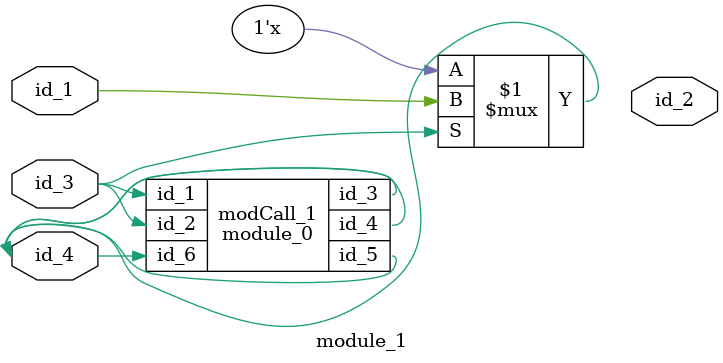
<source format=v>
module module_0 (
    id_1,
    id_2,
    id_3,
    id_4,
    id_5,
    id_6
);
  input wire id_6;
  output wire id_5;
  output wire id_4;
  output wire id_3;
  input wire id_2;
  input wire id_1;
  parameter id_7 = -1'b0;
  wire id_8;
  assign id_8 = id_2;
endmodule
module module_1 (
    id_1,
    id_2,
    id_3,
    id_4
);
  inout wire id_4;
  module_0 modCall_1 (
      id_3,
      id_3,
      id_4,
      id_4,
      id_4,
      id_4
  );
  input wire id_3;
  output wire id_2;
  input wire id_1;
  wire id_5;
  bufif1 primCall (id_4, id_1, id_3);
  genvar id_6;
  parameter id_7 = -1;
  wire id_8, id_9;
endmodule

</source>
